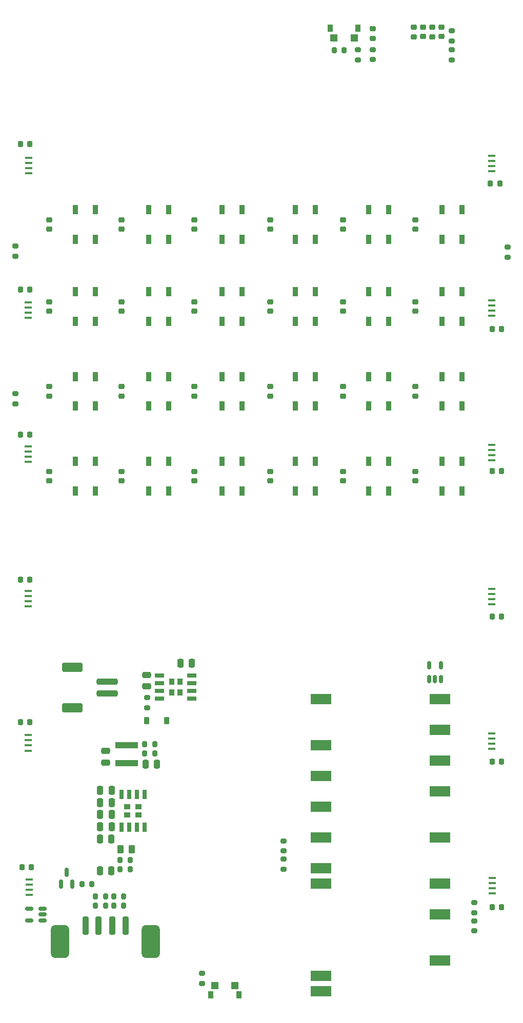
<source format=gbr>
%TF.GenerationSoftware,KiCad,Pcbnew,(7.0.0-0)*%
%TF.CreationDate,2023-03-24T11:45:06-07:00*%
%TF.ProjectId,dfh_badge,6466685f-6261-4646-9765-2e6b69636164,rev?*%
%TF.SameCoordinates,Original*%
%TF.FileFunction,Paste,Top*%
%TF.FilePolarity,Positive*%
%FSLAX46Y46*%
G04 Gerber Fmt 4.6, Leading zero omitted, Abs format (unit mm)*
G04 Created by KiCad (PCBNEW (7.0.0-0)) date 2023-03-24 11:45:06*
%MOMM*%
%LPD*%
G01*
G04 APERTURE LIST*
G04 Aperture macros list*
%AMRoundRect*
0 Rectangle with rounded corners*
0 $1 Rounding radius*
0 $2 $3 $4 $5 $6 $7 $8 $9 X,Y pos of 4 corners*
0 Add a 4 corners polygon primitive as box body*
4,1,4,$2,$3,$4,$5,$6,$7,$8,$9,$2,$3,0*
0 Add four circle primitives for the rounded corners*
1,1,$1+$1,$2,$3*
1,1,$1+$1,$4,$5*
1,1,$1+$1,$6,$7*
1,1,$1+$1,$8,$9*
0 Add four rect primitives between the rounded corners*
20,1,$1+$1,$2,$3,$4,$5,0*
20,1,$1+$1,$4,$5,$6,$7,0*
20,1,$1+$1,$6,$7,$8,$9,0*
20,1,$1+$1,$8,$9,$2,$3,0*%
G04 Aperture macros list end*
%ADD10RoundRect,0.225000X0.250000X-0.225000X0.250000X0.225000X-0.250000X0.225000X-0.250000X-0.225000X0*%
%ADD11RoundRect,0.225000X0.225000X0.250000X-0.225000X0.250000X-0.225000X-0.250000X0.225000X-0.250000X0*%
%ADD12R,0.900000X1.500000*%
%ADD13RoundRect,0.150000X0.512500X0.150000X-0.512500X0.150000X-0.512500X-0.150000X0.512500X-0.150000X0*%
%ADD14RoundRect,0.200000X-0.275000X0.200000X-0.275000X-0.200000X0.275000X-0.200000X0.275000X0.200000X0*%
%ADD15RoundRect,0.225000X-0.225000X-0.250000X0.225000X-0.250000X0.225000X0.250000X-0.225000X0.250000X0*%
%ADD16RoundRect,0.200000X-0.200000X-0.275000X0.200000X-0.275000X0.200000X0.275000X-0.200000X0.275000X0*%
%ADD17RoundRect,0.250000X-0.250000X-0.475000X0.250000X-0.475000X0.250000X0.475000X-0.250000X0.475000X0*%
%ADD18RoundRect,0.200000X0.200000X0.275000X-0.200000X0.275000X-0.200000X-0.275000X0.200000X-0.275000X0*%
%ADD19R,1.300000X0.420000*%
%ADD20RoundRect,0.250000X0.250000X0.475000X-0.250000X0.475000X-0.250000X-0.475000X0.250000X-0.475000X0*%
%ADD21R,1.150000X1.300000*%
%ADD22R,0.900000X1.200000*%
%ADD23RoundRect,0.250000X0.475000X-0.250000X0.475000X0.250000X-0.475000X0.250000X-0.475000X-0.250000X0*%
%ADD24RoundRect,0.250000X0.250000X-1.250000X0.250000X1.250000X-0.250000X1.250000X-0.250000X-1.250000X0*%
%ADD25RoundRect,0.750000X-0.750000X-2.000000X0.750000X-2.000000X0.750000X2.000000X-0.750000X2.000000X0*%
%ADD26RoundRect,0.150000X0.150000X-0.512500X0.150000X0.512500X-0.150000X0.512500X-0.150000X-0.512500X0*%
%ADD27RoundRect,0.250000X-1.500000X0.250000X-1.500000X-0.250000X1.500000X-0.250000X1.500000X0.250000X0*%
%ADD28RoundRect,0.250001X-1.449999X0.499999X-1.449999X-0.499999X1.449999X-0.499999X1.449999X0.499999X0*%
%ADD29R,1.500000X0.650000*%
%ADD30R,0.810000X1.080000*%
%ADD31RoundRect,0.225000X0.225000X0.375000X-0.225000X0.375000X-0.225000X-0.375000X0.225000X-0.375000X0*%
%ADD32R,3.700000X1.100000*%
%ADD33RoundRect,0.250000X-0.475000X0.250000X-0.475000X-0.250000X0.475000X-0.250000X0.475000X0.250000X0*%
%ADD34RoundRect,0.250000X0.262500X0.450000X-0.262500X0.450000X-0.262500X-0.450000X0.262500X-0.450000X0*%
%ADD35R,3.500000X1.700000*%
%ADD36RoundRect,0.218750X0.256250X-0.218750X0.256250X0.218750X-0.256250X0.218750X-0.256250X-0.218750X0*%
%ADD37RoundRect,0.218750X-0.256250X0.218750X-0.256250X-0.218750X0.256250X-0.218750X0.256250X0.218750X0*%
%ADD38R,0.650000X1.500000*%
%ADD39R,1.080000X0.810000*%
%ADD40RoundRect,0.150000X0.150000X-0.587500X0.150000X0.587500X-0.150000X0.587500X-0.150000X-0.587500X0*%
%ADD41RoundRect,0.200000X0.275000X-0.200000X0.275000X0.200000X-0.275000X0.200000X-0.275000X-0.200000X0*%
G04 APERTURE END LIST*
D10*
%TO.C,C22*%
X41275000Y-81350000D03*
X41275000Y-79800000D03*
%TD*%
D11*
%TO.C,C45*%
X115975001Y-141752500D03*
X114425001Y-141752500D03*
%TD*%
D12*
%TO.C,D26*%
X97324999Y-50574999D03*
X94024999Y-50574999D03*
X94024999Y-55474999D03*
X97324999Y-55474999D03*
%TD*%
D13*
%TO.C,U2*%
X40237500Y-167950000D03*
X40237500Y-167000000D03*
X40237500Y-166050000D03*
X37962500Y-166050000D03*
X37962500Y-167950000D03*
%TD*%
D14*
%TO.C,R23*%
X111450000Y-168075000D03*
X111450000Y-169725000D03*
%TD*%
D15*
%TO.C,C40*%
X36540000Y-87725000D03*
X38090000Y-87725000D03*
%TD*%
D16*
%TO.C,R9*%
X53020000Y-159500000D03*
X54670000Y-159500000D03*
%TD*%
D17*
%TO.C,C5*%
X57190000Y-142170000D03*
X59090000Y-142170000D03*
%TD*%
D18*
%TO.C,R16*%
X58735000Y-140400000D03*
X57085000Y-140400000D03*
%TD*%
D19*
%TO.C,D33*%
X37849999Y-113534999D03*
X37849999Y-114384999D03*
X37849999Y-115234999D03*
X37849999Y-116084999D03*
%TD*%
D10*
%TO.C,C12*%
X89775000Y-95350000D03*
X89775000Y-93800000D03*
%TD*%
%TO.C,C29*%
X101775000Y-53800000D03*
X101775000Y-52250000D03*
%TD*%
D20*
%TO.C,C10*%
X51595000Y-146500000D03*
X49695000Y-146500000D03*
%TD*%
D21*
%TO.C,SW2*%
X88324999Y-22174999D03*
X91674999Y-22174999D03*
D22*
X87699999Y-20624999D03*
X92299999Y-20624999D03*
%TD*%
D19*
%TO.C,D39*%
X114399999Y-91929999D03*
X114399999Y-91079999D03*
X114399999Y-90229999D03*
X114399999Y-89379999D03*
%TD*%
D12*
%TO.C,D13*%
X109424999Y-78124999D03*
X106124999Y-78124999D03*
X106124999Y-83024999D03*
X109424999Y-83024999D03*
%TD*%
D19*
%TO.C,D36*%
X37949999Y-41999999D03*
X37949999Y-42849999D03*
X37949999Y-43699999D03*
X37949999Y-44549999D03*
%TD*%
%TO.C,D42*%
X114487499Y-163474999D03*
X114487499Y-162624999D03*
X114487499Y-161774999D03*
X114487499Y-160924999D03*
%TD*%
D10*
%TO.C,C32*%
X65275000Y-53800000D03*
X65275000Y-52250000D03*
%TD*%
D23*
%TO.C,C1*%
X57350000Y-129295000D03*
X57350000Y-127395000D03*
%TD*%
D12*
%TO.C,D8*%
X97324999Y-92124999D03*
X94024999Y-92124999D03*
X94024999Y-97024999D03*
X97324999Y-97024999D03*
%TD*%
D14*
%TO.C,R6*%
X117000000Y-56775000D03*
X117000000Y-58425000D03*
%TD*%
D19*
%TO.C,D40*%
X114399999Y-115769999D03*
X114399999Y-114919999D03*
X114399999Y-114069999D03*
X114399999Y-113219999D03*
%TD*%
D24*
%TO.C,J2*%
X47300000Y-168800000D03*
X49450000Y-168800000D03*
X51750000Y-168800000D03*
X53900000Y-168800000D03*
D25*
X43100000Y-171500000D03*
X58100000Y-171500000D03*
%TD*%
D12*
%TO.C,D14*%
X97324999Y-78124999D03*
X94024999Y-78124999D03*
X94024999Y-83024999D03*
X97324999Y-83024999D03*
%TD*%
%TO.C,D24*%
X48924999Y-64124999D03*
X45624999Y-64124999D03*
X45624999Y-69024999D03*
X48924999Y-69024999D03*
%TD*%
D18*
%TO.C,R17*%
X58735000Y-138900000D03*
X57085000Y-138900000D03*
%TD*%
D10*
%TO.C,C26*%
X65275000Y-67350000D03*
X65275000Y-65800000D03*
%TD*%
%TO.C,C16*%
X41275000Y-95350000D03*
X41275000Y-93800000D03*
%TD*%
D12*
%TO.C,D28*%
X73124999Y-50574999D03*
X69824999Y-50574999D03*
X69824999Y-55474999D03*
X73124999Y-55474999D03*
%TD*%
D15*
%TO.C,C35*%
X36539999Y-39725000D03*
X38089999Y-39725000D03*
%TD*%
D19*
%TO.C,D41*%
X114399999Y-139609999D03*
X114399999Y-138759999D03*
X114399999Y-137909999D03*
X114399999Y-137059999D03*
%TD*%
D10*
%TO.C,C33*%
X53275000Y-53800000D03*
X53275000Y-52250000D03*
%TD*%
D26*
%TO.C,U1*%
X104050000Y-128137500D03*
X105000000Y-128137500D03*
X105950000Y-128137500D03*
X105950000Y-125862500D03*
X104050000Y-125862500D03*
%TD*%
D12*
%TO.C,D29*%
X61024999Y-50574999D03*
X57724999Y-50574999D03*
X57724999Y-55474999D03*
X61024999Y-55474999D03*
%TD*%
D19*
%TO.C,D38*%
X114399999Y-68089999D03*
X114399999Y-67239999D03*
X114399999Y-66389999D03*
X114399999Y-65539999D03*
%TD*%
D10*
%TO.C,C11*%
X101775000Y-95350000D03*
X101775000Y-93800000D03*
%TD*%
D12*
%TO.C,D25*%
X109424999Y-50574999D03*
X106124999Y-50574999D03*
X106124999Y-55474999D03*
X109424999Y-55474999D03*
%TD*%
D10*
%TO.C,C18*%
X89775000Y-81350000D03*
X89775000Y-79800000D03*
%TD*%
%TO.C,C25*%
X77775000Y-67350000D03*
X77775000Y-65800000D03*
%TD*%
D27*
%TO.C,J1*%
X50850000Y-128500000D03*
X50850000Y-130500000D03*
D28*
X45100000Y-126150000D03*
X45100000Y-132850000D03*
%TD*%
D19*
%TO.C,D35*%
X37849999Y-65854999D03*
X37849999Y-66704999D03*
X37849999Y-67554999D03*
X37849999Y-68404999D03*
%TD*%
D10*
%TO.C,C17*%
X101775000Y-81350000D03*
X101775000Y-79800000D03*
%TD*%
D14*
%TO.C,R7*%
X57500000Y-131175000D03*
X57500000Y-132825000D03*
%TD*%
%TO.C,R14*%
X92250000Y-24175000D03*
X92250000Y-25825000D03*
%TD*%
D10*
%TO.C,C15*%
X53275000Y-95350000D03*
X53275000Y-93800000D03*
%TD*%
D15*
%TO.C,C36*%
X36815000Y-159225000D03*
X38365000Y-159225000D03*
%TD*%
D29*
%TO.C,U4*%
X64874999Y-131304999D03*
X64874999Y-130034999D03*
X64874999Y-128764999D03*
X64874999Y-127494999D03*
X59474999Y-127494999D03*
X59474999Y-128764999D03*
X59474999Y-130034999D03*
X59474999Y-131304999D03*
D30*
X62849999Y-130299999D03*
X62849999Y-128499999D03*
X61499999Y-130299999D03*
X61499999Y-128499999D03*
%TD*%
D10*
%TO.C,C23*%
X101775000Y-67350000D03*
X101775000Y-65800000D03*
%TD*%
%TO.C,C24*%
X89775000Y-67350000D03*
X89775000Y-65800000D03*
%TD*%
D15*
%TO.C,C39*%
X36540000Y-63725000D03*
X38090000Y-63725000D03*
%TD*%
D12*
%TO.C,D10*%
X73124999Y-92124999D03*
X69824999Y-92124999D03*
X69824999Y-97024999D03*
X73124999Y-97024999D03*
%TD*%
D10*
%TO.C,C34*%
X41275000Y-53800000D03*
X41275000Y-52250000D03*
%TD*%
D12*
%TO.C,D20*%
X97324999Y-64124999D03*
X94024999Y-64124999D03*
X94024999Y-69024999D03*
X97324999Y-69024999D03*
%TD*%
D20*
%TO.C,C4*%
X64850000Y-125500000D03*
X62950000Y-125500000D03*
%TD*%
D14*
%TO.C,R11*%
X107750000Y-21025000D03*
X107750000Y-22675000D03*
%TD*%
D12*
%TO.C,D23*%
X61024999Y-64124999D03*
X57724999Y-64124999D03*
X57724999Y-69024999D03*
X61024999Y-69024999D03*
%TD*%
D31*
%TO.C,D1*%
X60650000Y-135000000D03*
X57350000Y-135000000D03*
%TD*%
D20*
%TO.C,C3*%
X51545000Y-154500000D03*
X49645000Y-154500000D03*
%TD*%
D16*
%TO.C,R18*%
X48950000Y-164000000D03*
X50600000Y-164000000D03*
%TD*%
D12*
%TO.C,D21*%
X85224999Y-64124999D03*
X81924999Y-64124999D03*
X81924999Y-69024999D03*
X85224999Y-69024999D03*
%TD*%
D10*
%TO.C,C27*%
X53275000Y-67350000D03*
X53275000Y-65800000D03*
%TD*%
D12*
%TO.C,D15*%
X85224999Y-78124999D03*
X81924999Y-78124999D03*
X81924999Y-83024999D03*
X85224999Y-83024999D03*
%TD*%
D14*
%TO.C,R5*%
X66505000Y-176725000D03*
X66505000Y-178375000D03*
%TD*%
D10*
%TO.C,C28*%
X41275000Y-67350000D03*
X41275000Y-65800000D03*
%TD*%
D19*
%TO.C,D34*%
X37849999Y-89694999D03*
X37849999Y-90544999D03*
X37849999Y-91394999D03*
X37849999Y-92244999D03*
%TD*%
D16*
%TO.C,R22*%
X51950000Y-165500000D03*
X53600000Y-165500000D03*
%TD*%
D32*
%TO.C,L1*%
X54094999Y-141999999D03*
X54094999Y-138999999D03*
%TD*%
D33*
%TO.C,C6*%
X50595000Y-140000000D03*
X50595000Y-141900000D03*
%TD*%
D18*
%TO.C,R21*%
X53600000Y-164000000D03*
X51950000Y-164000000D03*
%TD*%
D34*
%TO.C,F1*%
X54912500Y-156250000D03*
X53087500Y-156250000D03*
%TD*%
D35*
%TO.C,U3*%
X105789999Y-174619999D03*
X105789999Y-166999999D03*
X105789999Y-161919999D03*
X105789999Y-154299999D03*
X105789999Y-146679999D03*
X105789999Y-141599999D03*
X105789999Y-136519999D03*
X105789999Y-131439999D03*
X86209999Y-131439999D03*
X86209999Y-139059999D03*
X86209999Y-144139999D03*
X86209999Y-149219999D03*
X86209999Y-154299999D03*
X86209999Y-159379999D03*
X86209999Y-161919999D03*
X86209999Y-177159999D03*
X86209999Y-179699999D03*
%TD*%
D14*
%TO.C,R2*%
X79990000Y-154855000D03*
X79990000Y-156505000D03*
%TD*%
D12*
%TO.C,D27*%
X85224999Y-50574999D03*
X81924999Y-50574999D03*
X81924999Y-55474999D03*
X85224999Y-55474999D03*
%TD*%
D10*
%TO.C,C31*%
X77775000Y-53800000D03*
X77775000Y-52250000D03*
%TD*%
D19*
%TO.C,D37*%
X114399999Y-44249999D03*
X114399999Y-43399999D03*
X114399999Y-42549999D03*
X114399999Y-41699999D03*
%TD*%
D36*
%TO.C,D3*%
X103040000Y-21962500D03*
X103040000Y-20387500D03*
%TD*%
D11*
%TO.C,C44*%
X115975001Y-93752500D03*
X114425001Y-93752500D03*
%TD*%
D36*
%TO.C,D5*%
X106040000Y-21975000D03*
X106040000Y-20400000D03*
%TD*%
D10*
%TO.C,C13*%
X77775000Y-95350000D03*
X77775000Y-93800000D03*
%TD*%
D37*
%TO.C,D4*%
X104500000Y-20412500D03*
X104500000Y-21987500D03*
%TD*%
D11*
%TO.C,C43*%
X115975001Y-70252500D03*
X114425001Y-70252500D03*
%TD*%
D38*
%TO.C,U5*%
X53194999Y-152599999D03*
X54464999Y-152599999D03*
X55734999Y-152599999D03*
X57004999Y-152599999D03*
X57004999Y-147199999D03*
X55734999Y-147199999D03*
X54464999Y-147199999D03*
X53194999Y-147199999D03*
D39*
X54199999Y-150574999D03*
X55999999Y-150574999D03*
X54199999Y-149224999D03*
X55999999Y-149224999D03*
%TD*%
D18*
%TO.C,R13*%
X48325000Y-162000000D03*
X46675000Y-162000000D03*
%TD*%
D12*
%TO.C,D12*%
X48924999Y-92124999D03*
X45624999Y-92124999D03*
X45624999Y-97024999D03*
X48924999Y-97024999D03*
%TD*%
D18*
%TO.C,R15*%
X90000000Y-24250000D03*
X88350000Y-24250000D03*
%TD*%
D15*
%TO.C,C38*%
X36540000Y-111725000D03*
X38090000Y-111725000D03*
%TD*%
D20*
%TO.C,C9*%
X51595000Y-148500000D03*
X49695000Y-148500000D03*
%TD*%
D11*
%TO.C,C46*%
X115975001Y-117752500D03*
X114425001Y-117752500D03*
%TD*%
D10*
%TO.C,C14*%
X65275000Y-95350000D03*
X65275000Y-93800000D03*
%TD*%
D37*
%TO.C,D2*%
X101500000Y-20412500D03*
X101500000Y-21987500D03*
%TD*%
D15*
%TO.C,C37*%
X36540000Y-135225000D03*
X38090000Y-135225000D03*
%TD*%
D14*
%TO.C,R4*%
X35700000Y-80975000D03*
X35700000Y-82625000D03*
%TD*%
D12*
%TO.C,D22*%
X73124999Y-64124999D03*
X69824999Y-64124999D03*
X69824999Y-69024999D03*
X73124999Y-69024999D03*
%TD*%
D10*
%TO.C,C20*%
X65275000Y-81350000D03*
X65275000Y-79800000D03*
%TD*%
D14*
%TO.C,R3*%
X80000000Y-157850000D03*
X80000000Y-159500000D03*
%TD*%
D10*
%TO.C,C21*%
X53275000Y-81350000D03*
X53275000Y-79800000D03*
%TD*%
D18*
%TO.C,R19*%
X50600000Y-165500000D03*
X48950000Y-165500000D03*
%TD*%
D40*
%TO.C,Q1*%
X43225000Y-161937500D03*
X45125000Y-161937500D03*
X44175000Y-160062500D03*
%TD*%
D21*
%TO.C,SW1*%
X71974999Y-178749999D03*
X68624999Y-178749999D03*
D22*
X72599999Y-180299999D03*
X67999999Y-180299999D03*
%TD*%
D12*
%TO.C,D7*%
X109424999Y-92124999D03*
X106124999Y-92124999D03*
X106124999Y-97024999D03*
X109424999Y-97024999D03*
%TD*%
%TO.C,D17*%
X61024999Y-78124999D03*
X57724999Y-78124999D03*
X57724999Y-83024999D03*
X61024999Y-83024999D03*
%TD*%
D11*
%TO.C,C42*%
X115700001Y-46252500D03*
X114150001Y-46252500D03*
%TD*%
D10*
%TO.C,C30*%
X89775000Y-53800000D03*
X89775000Y-52250000D03*
%TD*%
D19*
%TO.C,D32*%
X37849999Y-137374999D03*
X37849999Y-138224999D03*
X37849999Y-139074999D03*
X37849999Y-139924999D03*
%TD*%
D37*
%TO.C,D6*%
X94750000Y-20675000D03*
X94750000Y-22250000D03*
%TD*%
D10*
%TO.C,C19*%
X77775000Y-81350000D03*
X77775000Y-79800000D03*
%TD*%
D14*
%TO.C,R10*%
X107750000Y-24175000D03*
X107750000Y-25825000D03*
%TD*%
D12*
%TO.C,D16*%
X73124999Y-78124999D03*
X69824999Y-78124999D03*
X69824999Y-83024999D03*
X73124999Y-83024999D03*
%TD*%
D19*
%TO.C,D31*%
X37999999Y-161224999D03*
X37999999Y-162074999D03*
X37999999Y-162924999D03*
X37999999Y-163774999D03*
%TD*%
D18*
%TO.C,R8*%
X54670000Y-158000000D03*
X53020000Y-158000000D03*
%TD*%
D20*
%TO.C,C7*%
X51595000Y-152500000D03*
X49695000Y-152500000D03*
%TD*%
%TO.C,C8*%
X51595000Y-150500000D03*
X49695000Y-150500000D03*
%TD*%
D12*
%TO.C,D18*%
X48924999Y-78124999D03*
X45624999Y-78124999D03*
X45624999Y-83024999D03*
X48924999Y-83024999D03*
%TD*%
%TO.C,D9*%
X85224999Y-92124999D03*
X81924999Y-92124999D03*
X81924999Y-97024999D03*
X85224999Y-97024999D03*
%TD*%
D20*
%TO.C,C2*%
X51545000Y-159750000D03*
X49645000Y-159750000D03*
%TD*%
D12*
%TO.C,D19*%
X109424999Y-64124999D03*
X106124999Y-64124999D03*
X106124999Y-69024999D03*
X109424999Y-69024999D03*
%TD*%
%TO.C,D11*%
X61024999Y-92124999D03*
X57724999Y-92124999D03*
X57724999Y-97024999D03*
X61024999Y-97024999D03*
%TD*%
D41*
%TO.C,R20*%
X94750000Y-25787500D03*
X94750000Y-24137500D03*
%TD*%
D12*
%TO.C,D30*%
X48924999Y-50574999D03*
X45624999Y-50574999D03*
X45624999Y-55474999D03*
X48924999Y-55474999D03*
%TD*%
D14*
%TO.C,R12*%
X111450000Y-165050000D03*
X111450000Y-166700000D03*
%TD*%
D11*
%TO.C,C41*%
X115975002Y-165752500D03*
X114425002Y-165752500D03*
%TD*%
D14*
%TO.C,R1*%
X35700000Y-56575000D03*
X35700000Y-58225000D03*
%TD*%
M02*

</source>
